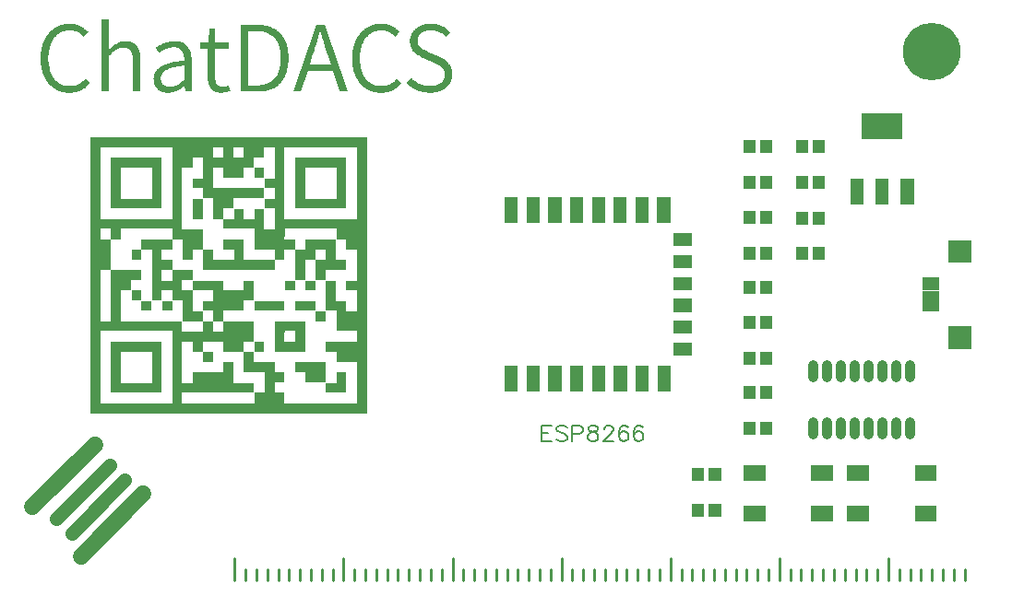
<source format=gts>
G04 Layer: TopSolderMaskLayer*
G04 EasyEDA v6.3.21, 2020-02-02T17:40:02+08:00*
G04 1dbfad1c9a864778b0d2112e72029e1b,1a72cfc7dc544dba9386ef7e18e6054e,10*
G04 Gerber Generator version 0.2*
G04 Scale: 100 percent, Rotated: No, Reflected: No *
G04 Dimensions in inches *
G04 leading zeros omitted , absolute positions ,2 integer and 4 decimal *
%FSLAX24Y24*%
%MOIN*%
G90*
G70D02*

%ADD10C,0.010000*%
%ADD15C,0.008000*%
%ADD32C,0.059181*%
%ADD33C,0.051307*%
%ADD34C,0.035560*%
%ADD35C,0.208000*%

%LPD*%

%LPD*%
G36*
G01X13003Y16100D02*
G01X3003Y16100D01*
G01X3003Y6100D01*
G01X13003Y6100D01*
G01X13003Y16100D01*
G37*

%LPC*%
G36*
G01X8536Y15733D02*
G01X8170Y15733D01*
G01X8170Y15367D01*
G01X8536Y15367D01*
G01X8536Y15733D01*
G37*
G36*
G01X7803Y15733D02*
G01X7436Y15733D01*
G01X7436Y15367D01*
G01X7803Y15367D01*
G01X7803Y15733D01*
G37*
G36*
G01X5970Y9100D02*
G01X3370Y9100D01*
G01X3370Y6467D01*
G01X5970Y6467D01*
G01X5970Y9100D01*
G37*
G36*
G01X12636Y15733D02*
G01X10003Y15733D01*
G01X10003Y13133D01*
G01X12636Y13133D01*
G01X12636Y15733D01*
G37*
G36*
G01X5970Y15733D02*
G01X3370Y15733D01*
G01X3370Y13133D01*
G01X5970Y13133D01*
G01X5970Y15733D01*
G37*
G36*
G01X9670Y15733D02*
G01X9270Y15733D01*
G01X9270Y15367D01*
G01X8903Y15367D01*
G01X8903Y15000D01*
G01X8536Y15000D01*
G01X8536Y14633D01*
G01X7803Y14633D01*
G01X7803Y15000D01*
G01X7436Y15000D01*
G01X7436Y14267D01*
G01X9270Y14267D01*
G01X9270Y13900D01*
G01X8170Y13900D01*
G01X8170Y13533D01*
G01X7803Y13533D01*
G01X7803Y13133D01*
G01X7436Y13133D01*
G01X7436Y13900D01*
G01X7070Y13900D01*
G01X7070Y14267D01*
G01X6703Y14267D01*
G01X6703Y14600D01*
G01X7070Y14600D01*
G01X7070Y15367D01*
G01X6703Y15367D01*
G01X6703Y15000D01*
G01X6303Y15000D01*
G01X6303Y12767D01*
G01X7070Y12767D01*
G01X7070Y12033D01*
G01X6703Y12033D01*
G01X6703Y11667D01*
G01X6336Y11667D01*
G01X6336Y12400D01*
G01X5970Y12400D01*
G01X5970Y12800D01*
G01X4103Y12800D01*
G01X4103Y12400D01*
G01X3736Y12400D01*
G01X3736Y12800D01*
G01X3370Y12800D01*
G01X3370Y12400D01*
G01X3736Y12400D01*
G01X3736Y11300D01*
G01X3370Y11300D01*
G01X3370Y9433D01*
G01X3736Y9433D01*
G01X3736Y11300D01*
G01X4836Y11300D01*
G01X4836Y10933D01*
G01X4470Y10933D01*
G01X4470Y10567D01*
G01X4103Y10567D01*
G01X4103Y9433D01*
G01X6303Y9433D01*
G01X6303Y9067D01*
G01X7070Y9067D01*
G01X7070Y9433D01*
G01X7436Y9433D01*
G01X7436Y9067D01*
G01X7803Y9067D01*
G01X7803Y9433D01*
G01X8903Y9433D01*
G01X8903Y8700D01*
G01X8536Y8700D01*
G01X8536Y8333D01*
G01X7803Y8333D01*
G01X7803Y8700D01*
G01X7070Y8700D01*
G01X7070Y8333D01*
G01X6703Y8333D01*
G01X6703Y8700D01*
G01X6303Y8700D01*
G01X6303Y7200D01*
G01X6703Y7200D01*
G01X6703Y7600D01*
G01X7803Y7600D01*
G01X7803Y7967D01*
G01X8170Y7967D01*
G01X8170Y7200D01*
G01X8903Y7200D01*
G01X8903Y6867D01*
G01X6303Y6867D01*
G01X6303Y6467D01*
G01X8936Y6467D01*
G01X8936Y6867D01*
G01X9303Y6867D01*
G01X9303Y7600D01*
G01X8536Y7600D01*
G01X8536Y8333D01*
G01X8903Y8333D01*
G01X8903Y7967D01*
G01X9670Y7967D01*
G01X9670Y7600D01*
G01X10003Y7600D01*
G01X10003Y7233D01*
G01X9670Y7233D01*
G01X9670Y6867D01*
G01X10003Y6867D01*
G01X10003Y6467D01*
G01X12636Y6467D01*
G01X12636Y7967D01*
G01X11903Y7967D01*
G01X11903Y8333D01*
G01X11503Y8333D01*
G01X11503Y8700D01*
G01X12636Y8700D01*
G01X12636Y9100D01*
G01X11903Y9100D01*
G01X11903Y9833D01*
G01X11503Y9833D01*
G01X11503Y10900D01*
G01X11870Y10900D01*
G01X11870Y10167D01*
G01X12236Y10167D01*
G01X12236Y9800D01*
G01X12636Y9800D01*
G01X12636Y10567D01*
G01X12236Y10567D01*
G01X12236Y10900D01*
G01X12636Y10900D01*
G01X12636Y12033D01*
G01X12236Y12033D01*
G01X12236Y12400D01*
G01X11903Y12400D01*
G01X11903Y12801D01*
G01X10961Y12792D01*
G01X10020Y12783D01*
G01X10010Y12592D01*
G01X10000Y12400D01*
G01X10403Y12400D01*
G01X10403Y12033D01*
G01X10003Y12033D01*
G01X10003Y11667D01*
G01X9670Y11667D01*
G01X9670Y12033D01*
G01X8936Y12033D01*
G01X8936Y12800D01*
G01X7803Y12800D01*
G01X7803Y13133D01*
G01X8203Y13133D01*
G01X8203Y13500D01*
G01X8536Y13500D01*
G01X8536Y13133D01*
G01X8936Y13133D01*
G01X8936Y13500D01*
G01X9270Y13500D01*
G01X9270Y12767D01*
G01X9670Y12767D01*
G01X9670Y13533D01*
G01X9303Y13533D01*
G01X9303Y13867D01*
G01X9670Y13867D01*
G01X9670Y14267D01*
G01X9303Y14267D01*
G01X9303Y14600D01*
G01X9670Y14600D01*
G01X9670Y15733D01*
G37*

%LPD*%
G36*
G01X9270Y15000D02*
G01X8936Y15000D01*
G01X8936Y14633D01*
G01X9270Y14633D01*
G01X9270Y15000D01*
G37*

%LPD*%
G36*
G01X12236Y15367D02*
G01X10403Y15367D01*
G01X10403Y13533D01*
G01X12236Y13533D01*
G01X12236Y15367D01*
G37*

%LPC*%
G36*
G01X11903Y15000D02*
G01X10770Y15000D01*
G01X10770Y13867D01*
G01X11903Y13867D01*
G01X11903Y15000D01*
G37*

%LPD*%
G36*
G01X5570Y15367D02*
G01X3736Y15367D01*
G01X3736Y13533D01*
G01X5570Y13533D01*
G01X5570Y15367D01*
G37*

%LPC*%
G36*
G01X5236Y15000D02*
G01X4103Y15000D01*
G01X4103Y13867D01*
G01X5236Y13867D01*
G01X5236Y15000D01*
G37*

%LPD*%
G36*
G01X7070Y13867D02*
G01X6703Y13867D01*
G01X6703Y13133D01*
G01X7070Y13133D01*
G01X7070Y13867D01*
G37*

%LPD*%
G36*
G01X8536Y12400D02*
G01X7803Y12400D01*
G01X7803Y12033D01*
G01X8203Y12033D01*
G01X8203Y11667D01*
G01X7436Y11667D01*
G01X7436Y12033D01*
G01X7070Y12033D01*
G01X7070Y11300D01*
G01X9670Y11300D01*
G01X9670Y11667D01*
G01X8536Y11667D01*
G01X8536Y12400D01*
G37*

%LPD*%
G36*
G01X11870Y12400D02*
G01X10770Y12400D01*
G01X10770Y12033D01*
G01X10403Y12033D01*
G01X10403Y10933D01*
G01X10770Y10933D01*
G01X10770Y11667D01*
G01X11136Y11667D01*
G01X11136Y10933D01*
G01X11503Y10933D01*
G01X11503Y11300D01*
G01X12236Y11300D01*
G01X12236Y11667D01*
G01X11870Y11667D01*
G01X11870Y12400D01*
G37*

%LPC*%
G36*
G01X11503Y12033D02*
G01X11136Y12033D01*
G01X11136Y11667D01*
G01X11503Y11667D01*
G01X11503Y12033D01*
G37*

%LPD*%
G36*
G01X11136Y10900D02*
G01X10770Y10900D01*
G01X10770Y10567D01*
G01X11136Y10567D01*
G01X11136Y10900D01*
G37*

%LPD*%
G36*
G01X10403Y10900D02*
G01X10036Y10900D01*
G01X10036Y10567D01*
G01X10403Y10567D01*
G01X10403Y10900D01*
G37*

%LPD*%
G36*
G01X4836Y10567D02*
G01X4503Y10567D01*
G01X4503Y10200D01*
G01X4836Y10200D01*
G01X4836Y10567D01*
G37*

%LPD*%
G36*
G01X11136Y10167D02*
G01X10403Y10167D01*
G01X10403Y9833D01*
G01X11136Y9833D01*
G01X11136Y10167D01*
G37*

%LPD*%
G36*
G01X10003Y10167D02*
G01X8936Y10167D01*
G01X8936Y9833D01*
G01X10003Y9833D01*
G01X10003Y10167D01*
G37*

%LPD*%
G36*
G01X5970Y10167D02*
G01X5603Y10167D01*
G01X5603Y9833D01*
G01X5970Y9833D01*
G01X5970Y10167D01*
G37*

%LPD*%
G36*
G01X5203Y10167D02*
G01X4836Y10167D01*
G01X4836Y9833D01*
G01X5203Y9833D01*
G01X5203Y10167D01*
G37*

%LPD*%
G36*
G01X11503Y9800D02*
G01X11136Y9800D01*
G01X11136Y9433D01*
G01X11503Y9433D01*
G01X11503Y9800D01*
G37*

%LPD*%
G36*
G01X5970Y12400D02*
G01X4836Y12400D01*
G01X4836Y12033D01*
G01X4503Y12033D01*
G01X4503Y11667D01*
G01X4836Y11667D01*
G01X4836Y12033D01*
G01X5236Y12033D01*
G01X5236Y10200D01*
G01X5570Y10200D01*
G01X5570Y10567D01*
G01X5970Y10567D01*
G01X5970Y10200D01*
G01X6336Y10200D01*
G01X6336Y9433D01*
G01X7070Y9433D01*
G01X7070Y9800D01*
G01X6703Y9800D01*
G01X6703Y10567D01*
G01X7436Y10567D01*
G01X7436Y10167D01*
G01X7070Y10167D01*
G01X7070Y9833D01*
G01X7436Y9833D01*
G01X7436Y9433D01*
G01X7803Y9433D01*
G01X7803Y9833D01*
G01X8536Y9833D01*
G01X8536Y10200D01*
G01X8903Y10200D01*
G01X8903Y10900D01*
G01X8536Y10900D01*
G01X8536Y10567D01*
G01X7803Y10567D01*
G01X7803Y10900D01*
G01X6703Y10900D01*
G01X6703Y10567D01*
G01X6303Y10567D01*
G01X6303Y10933D01*
G01X6703Y10933D01*
G01X6703Y11300D01*
G01X5970Y11300D01*
G01X5970Y11667D01*
G01X5570Y11667D01*
G01X5570Y12033D01*
G01X5970Y12033D01*
G01X5970Y12400D01*
G37*

%LPC*%
G36*
G01X5970Y11300D02*
G01X5570Y11300D01*
G01X5570Y10900D01*
G01X5970Y10900D01*
G01X5970Y11300D01*
G37*

%LPD*%
G36*
G01X9270Y8700D02*
G01X8936Y8700D01*
G01X8936Y8333D01*
G01X9270Y8333D01*
G01X9270Y8700D01*
G37*

%LPD*%
G36*
G01X10770Y9433D02*
G01X9670Y9433D01*
G01X9670Y8333D01*
G01X10770Y8333D01*
G01X10770Y9433D01*
G37*

%LPC*%
G36*
G01X10403Y9100D02*
G01X10225Y9100D01*
G01X10189Y9099D01*
G01X10154Y9098D01*
G01X10122Y9096D01*
G01X10093Y9093D01*
G01X10068Y9090D01*
G01X10048Y9086D01*
G01X10033Y9082D01*
G01X10025Y9078D01*
G01X10021Y9070D01*
G01X10016Y9055D01*
G01X10013Y9035D01*
G01X10009Y9010D01*
G01X10007Y8981D01*
G01X10004Y8948D01*
G01X10003Y8914D01*
G01X10003Y8700D01*
G01X10403Y8700D01*
G01X10403Y9100D01*
G37*

%LPD*%
G36*
G01X7436Y8333D02*
G01X7070Y8333D01*
G01X7070Y7967D01*
G01X7436Y7967D01*
G01X7436Y8333D01*
G37*

%LPD*%
G36*
G01X11503Y7967D02*
G01X10403Y7967D01*
G01X10403Y7600D01*
G01X10770Y7600D01*
G01X10770Y7233D01*
G01X11503Y7233D01*
G01X11503Y7967D01*
G37*

%LPD*%
G36*
G01X5570Y8700D02*
G01X3736Y8700D01*
G01X3736Y6867D01*
G01X5570Y6867D01*
G01X5570Y8700D01*
G37*

%LPC*%
G36*
G01X5236Y8333D02*
G01X4103Y8333D01*
G01X4103Y7200D01*
G01X5236Y7200D01*
G01X5236Y8333D01*
G37*

%LPD*%
G36*
G01X12236Y7600D02*
G01X11903Y7600D01*
G01X11903Y7200D01*
G01X11503Y7200D01*
G01X11503Y6867D01*
G01X12236Y6867D01*
G01X12236Y7600D01*
G37*

%LPD*%
G54D10*
G01X8990Y50D02*
G01X8990Y444D01*
G01X9384Y50D02*
G01X9384Y444D01*
G01X9778Y50D02*
G01X9778Y444D01*
G01X10565Y50D02*
G01X10565Y444D01*
G01X10959Y50D02*
G01X10959Y444D01*
G01X11352Y50D02*
G01X11352Y444D01*
G01X11746Y50D02*
G01X11746Y444D01*
G01X12534Y50D02*
G01X12534Y444D01*
G01X12927Y50D02*
G01X12927Y444D01*
G01X13321Y50D02*
G01X13321Y444D01*
G01X14108Y50D02*
G01X14108Y444D01*
G01X14502Y50D02*
G01X14502Y444D01*
G01X14896Y50D02*
G01X14896Y444D01*
G01X15289Y50D02*
G01X15289Y444D01*
G01X15683Y50D02*
G01X15683Y444D01*
G01X16077Y50D02*
G01X16077Y837D01*
G01X16471Y50D02*
G01X16471Y444D01*
G01X16864Y50D02*
G01X16864Y444D01*
G01X17258Y50D02*
G01X17258Y444D01*
G01X17652Y50D02*
G01X17652Y444D01*
G01X18045Y50D02*
G01X18045Y444D01*
G01X18439Y50D02*
G01X18439Y444D01*
G01X18833Y50D02*
G01X18833Y444D01*
G01X19226Y50D02*
G01X19226Y444D01*
G01X19620Y50D02*
G01X19620Y444D01*
G01X20014Y50D02*
G01X20014Y837D01*
G01X20408Y50D02*
G01X20408Y444D01*
G01X20801Y50D02*
G01X20801Y444D01*
G01X21195Y50D02*
G01X21195Y444D01*
G01X21589Y50D02*
G01X21589Y444D01*
G01X21982Y50D02*
G01X21982Y444D01*
G01X22376Y50D02*
G01X22376Y444D01*
G01X22770Y50D02*
G01X22770Y444D01*
G01X23163Y50D02*
G01X23163Y444D01*
G01X23557Y50D02*
G01X23557Y444D01*
G01X23951Y50D02*
G01X23951Y837D01*
G01X24345Y50D02*
G01X24345Y444D01*
G01X24738Y50D02*
G01X24738Y444D01*
G01X25132Y50D02*
G01X25132Y444D01*
G01X25526Y50D02*
G01X25526Y444D01*
G01X25919Y50D02*
G01X25919Y444D01*
G01X26313Y50D02*
G01X26313Y444D01*
G01X26707Y50D02*
G01X26707Y444D01*
G01X27100Y50D02*
G01X27100Y444D01*
G01X27494Y50D02*
G01X27494Y444D01*
G01X27888Y50D02*
G01X27888Y837D01*
G01X28282Y50D02*
G01X28282Y444D01*
G01X28675Y50D02*
G01X28675Y444D01*
G01X29069Y50D02*
G01X29069Y444D01*
G01X29463Y50D02*
G01X29463Y444D01*
G01X29856Y50D02*
G01X29856Y444D01*
G01X30250Y50D02*
G01X30250Y444D01*
G01X30644Y50D02*
G01X30644Y444D01*
G01X31037Y50D02*
G01X31037Y444D01*
G01X31431Y50D02*
G01X31431Y444D01*
G01X31825Y50D02*
G01X31825Y837D01*
G01X32219Y50D02*
G01X32219Y444D01*
G01X32612Y50D02*
G01X32612Y444D01*
G01X33006Y50D02*
G01X33006Y444D01*
G01X33400Y50D02*
G01X33400Y444D01*
G01X33793Y50D02*
G01X33793Y444D01*
G01X34187Y50D02*
G01X34187Y444D01*
G01X34581Y50D02*
G01X34581Y444D01*
G01X12140Y50D02*
G01X12140Y837D01*
G01X13715Y50D02*
G01X13715Y444D01*
G01X8203Y50D02*
G01X8203Y837D01*
G01X10171Y50D02*
G01X10171Y444D01*
G01X8597Y50D02*
G01X8597Y444D01*
G54D32*
G01X904Y2711D02*
G01X3159Y4966D01*
G01X2644Y915D02*
G01X4899Y3170D01*
G54D33*
G01X1767Y2293D02*
G01X3688Y4214D01*
G01X2310Y1750D02*
G01X4231Y3671D01*
G54D34*
G01X29103Y5792D02*
G01X29103Y5359D01*
G01X31103Y5792D02*
G01X31103Y5359D01*
G01X31603Y5792D02*
G01X31603Y5359D01*
G01X30603Y5792D02*
G01X30603Y5359D01*
G01X30103Y5792D02*
G01X30103Y5359D01*
G01X30103Y7840D02*
G01X30103Y7407D01*
G01X31603Y7840D02*
G01X31603Y7407D01*
G01X31103Y7840D02*
G01X31103Y7407D01*
G01X30603Y7840D02*
G01X30603Y7407D01*
G01X32103Y7840D02*
G01X32103Y7407D01*
G01X32603Y7840D02*
G01X32603Y7407D01*
G01X32603Y5792D02*
G01X32603Y5359D01*
G01X32103Y5792D02*
G01X32103Y5359D01*
G01X29603Y7840D02*
G01X29603Y7407D01*
G01X29103Y7840D02*
G01X29103Y7407D01*
G01X29603Y5792D02*
G01X29603Y5359D01*

%LPD*%
G36*
G01X11450Y20156D02*
G01X11150Y20156D01*
G01X10325Y17740D01*
G01X10599Y17740D01*
G01X10846Y18502D01*
G01X11747Y18502D01*
G01X11988Y17740D01*
G01X12278Y17740D01*
G01X11450Y20156D01*
G37*

%LPC*%
G36*
G01X11302Y19928D02*
G01X11288Y19928D01*
G01X11275Y19880D01*
G01X11268Y19857D01*
G01X11255Y19810D01*
G01X11235Y19740D01*
G01X11229Y19717D01*
G01X11222Y19695D01*
G01X11215Y19672D01*
G01X11209Y19649D01*
G01X11202Y19626D01*
G01X11195Y19604D01*
G01X11189Y19581D01*
G01X11182Y19559D01*
G01X11175Y19536D01*
G01X11148Y19446D01*
G01X11134Y19402D01*
G01X11127Y19379D01*
G01X11099Y19290D01*
G01X11092Y19267D01*
G01X11085Y19245D01*
G01X11078Y19222D01*
G01X11071Y19200D01*
G01X11063Y19177D01*
G01X11056Y19155D01*
G01X11041Y19109D01*
G01X10916Y18717D01*
G01X11678Y18717D01*
G01X11552Y19109D01*
G01X11537Y19155D01*
G01X11529Y19177D01*
G01X11515Y19223D01*
G01X11507Y19245D01*
G01X11493Y19290D01*
G01X11486Y19313D01*
G01X11479Y19335D01*
G01X11472Y19358D01*
G01X11451Y19425D01*
G01X11444Y19447D01*
G01X11437Y19470D01*
G01X11430Y19492D01*
G01X11423Y19515D01*
G01X11416Y19537D01*
G01X11410Y19560D01*
G01X11396Y19605D01*
G01X11390Y19628D01*
G01X11383Y19650D01*
G01X11376Y19673D01*
G01X11370Y19696D01*
G01X11356Y19742D01*
G01X11350Y19765D01*
G01X11322Y19857D01*
G01X11316Y19881D01*
G01X11302Y19928D01*
G37*

%LPD*%
G36*
G01X9047Y20156D02*
G01X8427Y20156D01*
G01X8427Y17740D01*
G01X9057Y17740D01*
G01X9083Y17741D01*
G01X9108Y17742D01*
G01X9134Y17743D01*
G01X9158Y17745D01*
G01X9183Y17747D01*
G01X9207Y17749D01*
G01X9231Y17752D01*
G01X9255Y17756D01*
G01X9278Y17759D01*
G01X9301Y17763D01*
G01X9324Y17768D01*
G01X9346Y17772D01*
G01X9369Y17778D01*
G01X9390Y17783D01*
G01X9412Y17789D01*
G01X9433Y17795D01*
G01X9475Y17809D01*
G01X9495Y17816D01*
G01X9535Y17832D01*
G01X9554Y17840D01*
G01X9574Y17849D01*
G01X9592Y17858D01*
G01X9611Y17867D01*
G01X9647Y17887D01*
G01X9665Y17898D01*
G01X9682Y17908D01*
G01X9699Y17920D01*
G01X9716Y17931D01*
G01X9748Y17955D01*
G01X9764Y17968D01*
G01X9779Y17980D01*
G01X9795Y17994D01*
G01X9809Y18007D01*
G01X9824Y18021D01*
G01X9838Y18035D01*
G01X9852Y18050D01*
G01X9866Y18064D01*
G01X9879Y18080D01*
G01X9892Y18095D01*
G01X9904Y18111D01*
G01X9917Y18127D01*
G01X9929Y18143D01*
G01X9941Y18160D01*
G01X9963Y18194D01*
G01X9974Y18212D01*
G01X9994Y18248D01*
G01X10014Y18286D01*
G01X10032Y18324D01*
G01X10040Y18344D01*
G01X10049Y18364D01*
G01X10057Y18385D01*
G01X10064Y18405D01*
G01X10078Y18447D01*
G01X10085Y18469D01*
G01X10103Y18535D01*
G01X10118Y18604D01*
G01X10122Y18628D01*
G01X10127Y18652D01*
G01X10130Y18676D01*
G01X10134Y18700D01*
G01X10137Y18725D01*
G01X10140Y18749D01*
G01X10142Y18775D01*
G01X10144Y18800D01*
G01X10146Y18826D01*
G01X10147Y18852D01*
G01X10149Y18878D01*
G01X10150Y18904D01*
G01X10150Y19012D01*
G01X10149Y19038D01*
G01X10147Y19064D01*
G01X10146Y19090D01*
G01X10144Y19116D01*
G01X10140Y19166D01*
G01X10137Y19191D01*
G01X10134Y19215D01*
G01X10130Y19239D01*
G01X10127Y19263D01*
G01X10122Y19287D01*
G01X10118Y19310D01*
G01X10103Y19379D01*
G01X10091Y19423D01*
G01X10085Y19444D01*
G01X10064Y19507D01*
G01X10056Y19527D01*
G01X10048Y19548D01*
G01X10040Y19567D01*
G01X10032Y19587D01*
G01X10022Y19606D01*
G01X10013Y19625D01*
G01X10004Y19643D01*
G01X9994Y19662D01*
G01X9984Y19680D01*
G01X9940Y19748D01*
G01X9928Y19765D01*
G01X9916Y19781D01*
G01X9903Y19796D01*
G01X9891Y19812D01*
G01X9878Y19827D01*
G01X9864Y19842D01*
G01X9851Y19856D01*
G01X9837Y19870D01*
G01X9822Y19884D01*
G01X9808Y19897D01*
G01X9793Y19911D01*
G01X9777Y19923D01*
G01X9762Y19936D01*
G01X9730Y19960D01*
G01X9713Y19971D01*
G01X9696Y19983D01*
G01X9679Y19993D01*
G01X9662Y20004D01*
G01X9626Y20024D01*
G01X9608Y20033D01*
G01X9551Y20060D01*
G01X9511Y20076D01*
G01X9491Y20083D01*
G01X9449Y20097D01*
G01X9407Y20109D01*
G01X9385Y20115D01*
G01X9363Y20120D01*
G01X9340Y20125D01*
G01X9318Y20129D01*
G01X9295Y20134D01*
G01X9271Y20138D01*
G01X9247Y20141D01*
G01X9224Y20144D01*
G01X9199Y20147D01*
G01X9175Y20149D01*
G01X9125Y20153D01*
G01X9099Y20154D01*
G01X9074Y20155D01*
G01X9047Y20156D01*
G37*

%LPC*%
G36*
G01X9024Y19931D02*
G01X8701Y19931D01*
G01X8701Y17964D01*
G01X9024Y17964D01*
G01X9074Y17966D01*
G01X9099Y17968D01*
G01X9123Y17970D01*
G01X9147Y17973D01*
G01X9193Y17979D01*
G01X9216Y17983D01*
G01X9260Y17993D01*
G01X9281Y17998D01*
G01X9302Y18004D01*
G01X9323Y18011D01*
G01X9363Y18025D01*
G01X9420Y18049D01*
G01X9438Y18058D01*
G01X9474Y18078D01*
G01X9491Y18088D01*
G01X9508Y18099D01*
G01X9524Y18110D01*
G01X9556Y18134D01*
G01X9571Y18146D01*
G01X9586Y18159D01*
G01X9600Y18172D01*
G01X9628Y18200D01*
G01X9667Y18245D01*
G01X9691Y18277D01*
G01X9702Y18293D01*
G01X9724Y18327D01*
G01X9744Y18363D01*
G01X9753Y18382D01*
G01X9762Y18400D01*
G01X9771Y18420D01*
G01X9779Y18439D01*
G01X9788Y18459D01*
G01X9795Y18479D01*
G01X9816Y18542D01*
G01X9828Y18586D01*
G01X9833Y18609D01*
G01X9838Y18631D01*
G01X9843Y18655D01*
G01X9847Y18678D01*
G01X9851Y18702D01*
G01X9857Y18750D01*
G01X9863Y18800D01*
G01X9865Y18826D01*
G01X9866Y18852D01*
G01X9868Y18878D01*
G01X9868Y18904D01*
G01X9869Y18931D01*
G01X9869Y18985D01*
G01X9868Y19012D01*
G01X9868Y19038D01*
G01X9866Y19064D01*
G01X9865Y19090D01*
G01X9863Y19115D01*
G01X9857Y19165D01*
G01X9851Y19213D01*
G01X9847Y19237D01*
G01X9843Y19260D01*
G01X9838Y19283D01*
G01X9828Y19327D01*
G01X9822Y19349D01*
G01X9816Y19370D01*
G01X9802Y19412D01*
G01X9788Y19452D01*
G01X9779Y19472D01*
G01X9771Y19491D01*
G01X9762Y19510D01*
G01X9744Y19546D01*
G01X9734Y19564D01*
G01X9724Y19581D01*
G01X9713Y19598D01*
G01X9691Y19630D01*
G01X9679Y19646D01*
G01X9667Y19661D01*
G01X9654Y19676D01*
G01X9628Y19704D01*
G01X9614Y19718D01*
G01X9586Y19744D01*
G01X9571Y19757D01*
G01X9556Y19769D01*
G01X9508Y19802D01*
G01X9474Y19822D01*
G01X9456Y19832D01*
G01X9420Y19850D01*
G01X9382Y19866D01*
G01X9363Y19873D01*
G01X9323Y19887D01*
G01X9302Y19893D01*
G01X9260Y19903D01*
G01X9216Y19913D01*
G01X9193Y19916D01*
G01X9170Y19920D01*
G01X9147Y19923D01*
G01X9099Y19927D01*
G01X9074Y19929D01*
G01X9024Y19931D01*
G37*

%LPD*%
G36*
G01X3672Y20367D02*
G01X3405Y20367D01*
G01X3405Y17740D01*
G01X3672Y17740D01*
G01X3672Y19044D01*
G01X3695Y19067D01*
G01X3717Y19090D01*
G01X3761Y19132D01*
G01X3803Y19170D01*
G01X3824Y19187D01*
G01X3844Y19204D01*
G01X3865Y19220D01*
G01X3905Y19248D01*
G01X3925Y19261D01*
G01X3965Y19283D01*
G01X3986Y19293D01*
G01X4006Y19301D01*
G01X4027Y19309D01*
G01X4048Y19316D01*
G01X4090Y19326D01*
G01X4134Y19332D01*
G01X4180Y19334D01*
G01X4203Y19334D01*
G01X4225Y19332D01*
G01X4246Y19330D01*
G01X4267Y19327D01*
G01X4286Y19323D01*
G01X4305Y19318D01*
G01X4323Y19312D01*
G01X4340Y19305D01*
G01X4356Y19297D01*
G01X4372Y19288D01*
G01X4387Y19279D01*
G01X4401Y19268D01*
G01X4414Y19256D01*
G01X4427Y19243D01*
G01X4439Y19230D01*
G01X4450Y19215D01*
G01X4470Y19183D01*
G01X4479Y19165D01*
G01X4487Y19146D01*
G01X4494Y19127D01*
G01X4501Y19106D01*
G01X4507Y19084D01*
G01X4513Y19061D01*
G01X4518Y19037D01*
G01X4522Y19012D01*
G01X4525Y18986D01*
G01X4528Y18959D01*
G01X4532Y18901D01*
G01X4533Y18871D01*
G01X4533Y17740D01*
G01X4804Y17740D01*
G01X4804Y18903D01*
G01X4803Y18933D01*
G01X4802Y18962D01*
G01X4800Y18991D01*
G01X4797Y19019D01*
G01X4795Y19046D01*
G01X4791Y19073D01*
G01X4787Y19099D01*
G01X4777Y19149D01*
G01X4771Y19173D01*
G01X4765Y19196D01*
G01X4758Y19219D01*
G01X4751Y19240D01*
G01X4743Y19262D01*
G01X4735Y19282D01*
G01X4726Y19302D01*
G01X4706Y19340D01*
G01X4684Y19374D01*
G01X4672Y19391D01*
G01X4646Y19421D01*
G01X4618Y19449D01*
G01X4603Y19462D01*
G01X4588Y19474D01*
G01X4572Y19485D01*
G01X4555Y19496D01*
G01X4538Y19506D01*
G01X4520Y19515D01*
G01X4502Y19523D01*
G01X4483Y19531D01*
G01X4463Y19538D01*
G01X4443Y19544D01*
G01X4422Y19550D01*
G01X4401Y19555D01*
G01X4379Y19559D01*
G01X4333Y19565D01*
G01X4309Y19567D01*
G01X4284Y19568D01*
G01X4259Y19568D01*
G01X4233Y19567D01*
G01X4208Y19566D01*
G01X4158Y19560D01*
G01X4110Y19550D01*
G01X4087Y19544D01*
G01X4064Y19537D01*
G01X4042Y19529D01*
G01X4019Y19520D01*
G01X3998Y19511D01*
G01X3976Y19501D01*
G01X3955Y19490D01*
G01X3913Y19466D01*
G01X3893Y19454D01*
G01X3872Y19440D01*
G01X3852Y19426D01*
G01X3833Y19412D01*
G01X3813Y19397D01*
G01X3794Y19382D01*
G01X3737Y19334D01*
G01X3699Y19300D01*
G01X3681Y19283D01*
G01X3662Y19265D01*
G01X3672Y19638D01*
G01X3672Y20367D01*
G37*

%LPD*%
G36*
G01X15312Y20198D02*
G01X15259Y20198D01*
G01X15232Y20197D01*
G01X15180Y20193D01*
G01X15155Y20190D01*
G01X15105Y20182D01*
G01X15081Y20177D01*
G01X15057Y20171D01*
G01X15034Y20165D01*
G01X15010Y20158D01*
G01X14988Y20151D01*
G01X14965Y20143D01*
G01X14943Y20135D01*
G01X14922Y20126D01*
G01X14901Y20116D01*
G01X14881Y20106D01*
G01X14860Y20095D01*
G01X14841Y20084D01*
G01X14822Y20072D01*
G01X14804Y20060D01*
G01X14785Y20047D01*
G01X14768Y20034D01*
G01X14751Y20020D01*
G01X14735Y20006D01*
G01X14719Y19991D01*
G01X14689Y19961D01*
G01X14675Y19945D01*
G01X14649Y19911D01*
G01X14637Y19894D01*
G01X14615Y19858D01*
G01X14605Y19840D01*
G01X14595Y19821D01*
G01X14587Y19802D01*
G01X14571Y19762D01*
G01X14565Y19742D01*
G01X14559Y19721D01*
G01X14549Y19679D01*
G01X14543Y19635D01*
G01X14541Y19613D01*
G01X14540Y19591D01*
G01X14539Y19568D01*
G01X14540Y19539D01*
G01X14541Y19511D01*
G01X14549Y19457D01*
G01X14554Y19431D01*
G01X14560Y19407D01*
G01X14567Y19383D01*
G01X14575Y19359D01*
G01X14584Y19337D01*
G01X14594Y19315D01*
G01X14605Y19294D01*
G01X14617Y19273D01*
G01X14629Y19254D01*
G01X14642Y19234D01*
G01X14670Y19198D01*
G01X14685Y19181D01*
G01X14733Y19133D01*
G01X14750Y19119D01*
G01X14768Y19104D01*
G01X14785Y19091D01*
G01X14804Y19077D01*
G01X14822Y19065D01*
G01X14841Y19053D01*
G01X14859Y19041D01*
G01X14916Y19008D01*
G01X14936Y18998D01*
G01X15012Y18962D01*
G01X15031Y18954D01*
G01X15380Y18799D01*
G01X15405Y18788D01*
G01X15429Y18777D01*
G01X15453Y18767D01*
G01X15499Y18745D01*
G01X15521Y18734D01*
G01X15563Y18712D01*
G01X15603Y18688D01*
G01X15622Y18676D01*
G01X15640Y18663D01*
G01X15657Y18650D01*
G01X15689Y18622D01*
G01X15703Y18607D01*
G01X15717Y18591D01*
G01X15741Y18557D01*
G01X15752Y18539D01*
G01X15761Y18519D01*
G01X15769Y18499D01*
G01X15777Y18478D01*
G01X15787Y18432D01*
G01X15790Y18407D01*
G01X15793Y18381D01*
G01X15793Y18331D01*
G01X15791Y18308D01*
G01X15788Y18286D01*
G01X15784Y18265D01*
G01X15779Y18244D01*
G01X15765Y18204D01*
G01X15757Y18184D01*
G01X15737Y18148D01*
G01X15725Y18130D01*
G01X15712Y18113D01*
G01X15699Y18097D01*
G01X15684Y18082D01*
G01X15668Y18067D01*
G01X15651Y18053D01*
G01X15634Y18040D01*
G01X15615Y18027D01*
G01X15596Y18015D01*
G01X15575Y18004D01*
G01X15554Y17994D01*
G01X15532Y17985D01*
G01X15508Y17976D01*
G01X15484Y17968D01*
G01X15459Y17961D01*
G01X15434Y17955D01*
G01X15407Y17950D01*
G01X15380Y17946D01*
G01X15352Y17942D01*
G01X15322Y17940D01*
G01X15293Y17938D01*
G01X15238Y17938D01*
G01X15214Y17939D01*
G01X15166Y17943D01*
G01X15142Y17947D01*
G01X15119Y17950D01*
G01X15095Y17955D01*
G01X15049Y17965D01*
G01X15026Y17971D01*
G01X15003Y17978D01*
G01X14981Y17986D01*
G01X14958Y17994D01*
G01X14936Y18002D01*
G01X14914Y18011D01*
G01X14893Y18021D01*
G01X14871Y18031D01*
G01X14829Y18053D01*
G01X14808Y18065D01*
G01X14788Y18078D01*
G01X14768Y18090D01*
G01X14748Y18104D01*
G01X14729Y18118D01*
G01X14709Y18132D01*
G01X14691Y18147D01*
G01X14672Y18162D01*
G01X14636Y18194D01*
G01X14585Y18245D01*
G01X14420Y18057D01*
G01X14436Y18041D01*
G01X14452Y18024D01*
G01X14468Y18009D01*
G01X14485Y17993D01*
G01X14519Y17963D01*
G01X14537Y17949D01*
G01X14554Y17935D01*
G01X14572Y17921D01*
G01X14591Y17908D01*
G01X14609Y17894D01*
G01X14628Y17882D01*
G01X14647Y17869D01*
G01X14666Y17858D01*
G01X14686Y17846D01*
G01X14726Y17824D01*
G01X14789Y17794D01*
G01X14831Y17776D01*
G01X14875Y17760D01*
G01X14897Y17753D01*
G01X14920Y17746D01*
G01X14942Y17739D01*
G01X14988Y17727D01*
G01X15012Y17722D01*
G01X15035Y17717D01*
G01X15083Y17709D01*
G01X15108Y17706D01*
G01X15132Y17703D01*
G01X15182Y17699D01*
G01X15207Y17698D01*
G01X15233Y17697D01*
G01X15287Y17697D01*
G01X15315Y17698D01*
G01X15343Y17700D01*
G01X15370Y17702D01*
G01X15397Y17705D01*
G01X15475Y17717D01*
G01X15500Y17723D01*
G01X15525Y17728D01*
G01X15549Y17735D01*
G01X15572Y17742D01*
G01X15596Y17749D01*
G01X15618Y17757D01*
G01X15641Y17766D01*
G01X15662Y17775D01*
G01X15684Y17785D01*
G01X15704Y17795D01*
G01X15744Y17817D01*
G01X15763Y17828D01*
G01X15782Y17840D01*
G01X15818Y17866D01*
G01X15835Y17879D01*
G01X15867Y17907D01*
G01X15883Y17922D01*
G01X15897Y17937D01*
G01X15912Y17952D01*
G01X15925Y17968D01*
G01X15939Y17985D01*
G01X15951Y18001D01*
G01X15963Y18018D01*
G01X15974Y18035D01*
G01X15985Y18053D01*
G01X15995Y18071D01*
G01X16004Y18089D01*
G01X16022Y18127D01*
G01X16036Y18165D01*
G01X16043Y18185D01*
G01X16048Y18205D01*
G01X16053Y18226D01*
G01X16058Y18246D01*
G01X16062Y18267D01*
G01X16065Y18288D01*
G01X16067Y18309D01*
G01X16069Y18331D01*
G01X16070Y18352D01*
G01X16070Y18403D01*
G01X16068Y18432D01*
G01X16066Y18460D01*
G01X16062Y18487D01*
G01X16058Y18513D01*
G01X16046Y18563D01*
G01X16039Y18586D01*
G01X16031Y18609D01*
G01X16022Y18631D01*
G01X16012Y18653D01*
G01X16002Y18674D01*
G01X15991Y18694D01*
G01X15979Y18714D01*
G01X15966Y18733D01*
G01X15938Y18769D01*
G01X15924Y18786D01*
G01X15908Y18802D01*
G01X15892Y18819D01*
G01X15858Y18849D01*
G01X15840Y18864D01*
G01X15822Y18878D01*
G01X15803Y18892D01*
G01X15784Y18905D01*
G01X15744Y18931D01*
G01X15724Y18943D01*
G01X15702Y18955D01*
G01X15681Y18966D01*
G01X15659Y18978D01*
G01X15637Y18989D01*
G01X15615Y18999D01*
G01X15592Y19010D01*
G01X15569Y19020D01*
G01X15219Y19169D01*
G01X15179Y19186D01*
G01X15139Y19204D01*
G01X15118Y19213D01*
G01X15058Y19243D01*
G01X15020Y19265D01*
G01X15001Y19277D01*
G01X14983Y19289D01*
G01X14965Y19302D01*
G01X14948Y19315D01*
G01X14932Y19329D01*
G01X14916Y19344D01*
G01X14902Y19359D01*
G01X14888Y19375D01*
G01X14875Y19392D01*
G01X14864Y19410D01*
G01X14853Y19429D01*
G01X14835Y19469D01*
G01X14823Y19513D01*
G01X14819Y19537D01*
G01X14817Y19562D01*
G01X14816Y19588D01*
G01X14817Y19612D01*
G01X14819Y19636D01*
G01X14822Y19658D01*
G01X14827Y19680D01*
G01X14834Y19702D01*
G01X14841Y19722D01*
G01X14850Y19742D01*
G01X14860Y19761D01*
G01X14871Y19779D01*
G01X14884Y19797D01*
G01X14897Y19814D01*
G01X14912Y19829D01*
G01X14928Y19844D01*
G01X14945Y19858D01*
G01X14963Y19872D01*
G01X15003Y19896D01*
G01X15024Y19906D01*
G01X15046Y19916D01*
G01X15069Y19925D01*
G01X15093Y19932D01*
G01X15118Y19939D01*
G01X15144Y19945D01*
G01X15198Y19953D01*
G01X15226Y19956D01*
G01X15255Y19957D01*
G01X15285Y19958D01*
G01X15314Y19958D01*
G01X15342Y19956D01*
G01X15369Y19954D01*
G01X15396Y19951D01*
G01X15423Y19947D01*
G01X15449Y19942D01*
G01X15499Y19930D01*
G01X15524Y19922D01*
G01X15548Y19914D01*
G01X15572Y19905D01*
G01X15595Y19896D01*
G01X15618Y19885D01*
G01X15640Y19874D01*
G01X15662Y19862D01*
G01X15683Y19850D01*
G01X15704Y19837D01*
G01X15746Y19809D01*
G01X15766Y19793D01*
G01X15785Y19778D01*
G01X15804Y19761D01*
G01X15824Y19744D01*
G01X15842Y19727D01*
G01X15988Y19902D01*
G01X15940Y19950D01*
G01X15922Y19965D01*
G01X15905Y19979D01*
G01X15887Y19994D01*
G01X15868Y20008D01*
G01X15850Y20022D01*
G01X15810Y20048D01*
G01X15770Y20072D01*
G01X15749Y20084D01*
G01X15727Y20095D01*
G01X15706Y20105D01*
G01X15684Y20115D01*
G01X15661Y20125D01*
G01X15638Y20134D01*
G01X15615Y20142D01*
G01X15591Y20150D01*
G01X15568Y20158D01*
G01X15544Y20164D01*
G01X15519Y20171D01*
G01X15444Y20186D01*
G01X15366Y20195D01*
G01X15339Y20197D01*
G01X15312Y20198D01*
G37*

%LPD*%
G36*
G01X13537Y20198D02*
G01X13486Y20198D01*
G01X13464Y20197D01*
G01X13441Y20196D01*
G01X13375Y20190D01*
G01X13331Y20184D01*
G01X13289Y20176D01*
G01X13267Y20172D01*
G01X13247Y20167D01*
G01X13205Y20155D01*
G01X13185Y20149D01*
G01X13125Y20128D01*
G01X13106Y20120D01*
G01X13086Y20112D01*
G01X13048Y20094D01*
G01X13030Y20084D01*
G01X13011Y20074D01*
G01X12993Y20064D01*
G01X12975Y20053D01*
G01X12958Y20042D01*
G01X12940Y20031D01*
G01X12906Y20007D01*
G01X12889Y19994D01*
G01X12857Y19968D01*
G01X12825Y19940D01*
G01X12765Y19880D01*
G01X12751Y19864D01*
G01X12737Y19847D01*
G01X12723Y19831D01*
G01X12710Y19813D01*
G01X12697Y19796D01*
G01X12671Y19760D01*
G01X12659Y19742D01*
G01X12647Y19723D01*
G01X12636Y19704D01*
G01X12624Y19684D01*
G01X12613Y19664D01*
G01X12603Y19644D01*
G01X12593Y19623D01*
G01X12583Y19603D01*
G01X12573Y19581D01*
G01X12564Y19560D01*
G01X12554Y19538D01*
G01X12546Y19516D01*
G01X12522Y19447D01*
G01X12515Y19424D01*
G01X12508Y19400D01*
G01X12502Y19376D01*
G01X12490Y19326D01*
G01X12485Y19301D01*
G01X12479Y19276D01*
G01X12467Y19198D01*
G01X12463Y19171D01*
G01X12460Y19144D01*
G01X12458Y19117D01*
G01X12455Y19090D01*
G01X12454Y19062D01*
G01X12452Y19034D01*
G01X12451Y19006D01*
G01X12450Y18977D01*
G01X12450Y18919D01*
G01X12452Y18861D01*
G01X12453Y18833D01*
G01X12455Y18805D01*
G01X12458Y18777D01*
G01X12460Y18750D01*
G01X12466Y18696D01*
G01X12470Y18670D01*
G01X12475Y18644D01*
G01X12479Y18618D01*
G01X12484Y18592D01*
G01X12489Y18567D01*
G01X12495Y18542D01*
G01X12501Y18518D01*
G01X12507Y18493D01*
G01X12514Y18469D01*
G01X12521Y18446D01*
G01X12529Y18423D01*
G01X12536Y18400D01*
G01X12545Y18377D01*
G01X12553Y18355D01*
G01X12571Y18311D01*
G01X12580Y18290D01*
G01X12590Y18269D01*
G01X12600Y18249D01*
G01X12611Y18228D01*
G01X12622Y18209D01*
G01X12633Y18189D01*
G01X12644Y18170D01*
G01X12656Y18151D01*
G01X12668Y18133D01*
G01X12680Y18114D01*
G01X12693Y18097D01*
G01X12706Y18079D01*
G01X12719Y18062D01*
G01X12732Y18046D01*
G01X12746Y18029D01*
G01X12760Y18013D01*
G01X12774Y17998D01*
G01X12819Y17953D01*
G01X12834Y17939D01*
G01X12850Y17925D01*
G01X12882Y17899D01*
G01X12898Y17887D01*
G01X12915Y17874D01*
G01X12932Y17863D01*
G01X12949Y17851D01*
G01X12966Y17840D01*
G01X12984Y17830D01*
G01X13002Y17819D01*
G01X13020Y17810D01*
G01X13038Y17800D01*
G01X13057Y17791D01*
G01X13075Y17782D01*
G01X13094Y17774D01*
G01X13114Y17766D01*
G01X13152Y17752D01*
G01X13172Y17745D01*
G01X13212Y17733D01*
G01X13233Y17728D01*
G01X13253Y17723D01*
G01X13316Y17711D01*
G01X13358Y17705D01*
G01X13380Y17702D01*
G01X13402Y17700D01*
G01X13468Y17697D01*
G01X13516Y17697D01*
G01X13541Y17698D01*
G01X13567Y17700D01*
G01X13591Y17702D01*
G01X13616Y17704D01*
G01X13640Y17707D01*
G01X13688Y17715D01*
G01X13710Y17720D01*
G01X13733Y17725D01*
G01X13756Y17731D01*
G01X13800Y17745D01*
G01X13821Y17752D01*
G01X13843Y17760D01*
G01X13864Y17769D01*
G01X13904Y17787D01*
G01X13925Y17797D01*
G01X13944Y17808D01*
G01X13964Y17819D01*
G01X14021Y17855D01*
G01X14039Y17868D01*
G01X14075Y17896D01*
G01X14093Y17911D01*
G01X14127Y17941D01*
G01X14144Y17957D01*
G01X14161Y17974D01*
G01X14193Y18008D01*
G01X14225Y18044D01*
G01X14074Y18215D01*
G01X14057Y18196D01*
G01X14040Y18178D01*
G01X14022Y18161D01*
G01X14005Y18144D01*
G01X13987Y18127D01*
G01X13951Y18097D01*
G01X13932Y18082D01*
G01X13914Y18069D01*
G01X13895Y18055D01*
G01X13876Y18043D01*
G01X13856Y18031D01*
G01X13837Y18020D01*
G01X13797Y18000D01*
G01X13776Y17991D01*
G01X13734Y17975D01*
G01X13713Y17968D01*
G01X13669Y17956D01*
G01X13646Y17951D01*
G01X13623Y17947D01*
G01X13577Y17941D01*
G01X13552Y17940D01*
G01X13528Y17938D01*
G01X13481Y17938D01*
G01X13459Y17939D01*
G01X13438Y17941D01*
G01X13416Y17943D01*
G01X13395Y17945D01*
G01X13374Y17948D01*
G01X13334Y17956D01*
G01X13294Y17966D01*
G01X13256Y17978D01*
G01X13237Y17985D01*
G01X13218Y17993D01*
G01X13182Y18009D01*
G01X13165Y18018D01*
G01X13147Y18028D01*
G01X13130Y18038D01*
G01X13114Y18048D01*
G01X13097Y18059D01*
G01X13081Y18071D01*
G01X13066Y18083D01*
G01X13050Y18095D01*
G01X13035Y18108D01*
G01X13020Y18122D01*
G01X12992Y18150D01*
G01X12978Y18165D01*
G01X12965Y18180D01*
G01X12939Y18212D01*
G01X12915Y18246D01*
G01X12903Y18264D01*
G01X12892Y18282D01*
G01X12870Y18320D01*
G01X12860Y18339D01*
G01X12850Y18359D01*
G01X12841Y18379D01*
G01X12823Y18421D01*
G01X12815Y18442D01*
G01X12807Y18464D01*
G01X12799Y18487D01*
G01X12792Y18509D01*
G01X12785Y18532D01*
G01X12779Y18556D01*
G01X12772Y18580D01*
G01X12767Y18604D01*
G01X12752Y18679D01*
G01X12748Y18705D01*
G01X12745Y18731D01*
G01X12739Y18785D01*
G01X12737Y18812D01*
G01X12733Y18868D01*
G01X12732Y18896D01*
G01X12731Y18925D01*
G01X12731Y18983D01*
G01X12732Y19012D01*
G01X12733Y19040D01*
G01X12735Y19068D01*
G01X12739Y19122D01*
G01X12742Y19149D01*
G01X12745Y19175D01*
G01X12753Y19227D01*
G01X12768Y19302D01*
G01X12780Y19350D01*
G01X12794Y19396D01*
G01X12801Y19418D01*
G01X12809Y19440D01*
G01X12818Y19462D01*
G01X12826Y19483D01*
G01X12844Y19525D01*
G01X12854Y19545D01*
G01X12864Y19564D01*
G01X12875Y19583D01*
G01X12885Y19602D01*
G01X12897Y19620D01*
G01X12908Y19638D01*
G01X12920Y19655D01*
G01X12933Y19672D01*
G01X12945Y19689D01*
G01X12958Y19705D01*
G01X12971Y19720D01*
G01X12985Y19736D01*
G01X13013Y19764D01*
G01X13028Y19778D01*
G01X13058Y19804D01*
G01X13090Y19828D01*
G01X13122Y19850D01*
G01X13140Y19861D01*
G01X13157Y19870D01*
G01X13174Y19880D01*
G01X13192Y19888D01*
G01X13210Y19897D01*
G01X13228Y19905D01*
G01X13266Y19919D01*
G01X13304Y19931D01*
G01X13324Y19936D01*
G01X13364Y19944D01*
G01X13385Y19948D01*
G01X13427Y19954D01*
G01X13448Y19955D01*
G01X13469Y19957D01*
G01X13491Y19958D01*
G01X13539Y19958D01*
G01X13565Y19956D01*
G01X13590Y19954D01*
G01X13615Y19950D01*
G01X13639Y19946D01*
G01X13663Y19941D01*
G01X13709Y19929D01*
G01X13753Y19913D01*
G01X13775Y19904D01*
G01X13796Y19894D01*
G01X13816Y19884D01*
G01X13837Y19873D01*
G01X13856Y19861D01*
G01X13876Y19848D01*
G01X13894Y19835D01*
G01X13913Y19821D01*
G01X13931Y19807D01*
G01X13965Y19777D01*
G01X13982Y19761D01*
G01X14014Y19727D01*
G01X14166Y19905D01*
G01X14153Y19919D01*
G01X14125Y19947D01*
G01X14095Y19975D01*
G01X14079Y19988D01*
G01X14063Y20002D01*
G01X14029Y20028D01*
G01X14011Y20040D01*
G01X13993Y20053D01*
G01X13975Y20065D01*
G01X13956Y20076D01*
G01X13916Y20098D01*
G01X13896Y20108D01*
G01X13854Y20128D01*
G01X13832Y20137D01*
G01X13810Y20145D01*
G01X13764Y20161D01*
G01X13740Y20167D01*
G01X13716Y20174D01*
G01X13692Y20179D01*
G01X13667Y20184D01*
G01X13642Y20188D01*
G01X13616Y20192D01*
G01X13564Y20196D01*
G01X13537Y20198D01*
G37*

%LPD*%
G36*
G01X7503Y20027D02*
G01X7279Y20027D01*
G01X7246Y19522D01*
G01X6965Y19505D01*
G01X6965Y19301D01*
G01X7236Y19301D01*
G01X7236Y18252D01*
G01X7238Y18202D01*
G01X7240Y18177D01*
G01X7242Y18153D01*
G01X7248Y18107D01*
G01X7252Y18084D01*
G01X7256Y18062D01*
G01X7266Y18020D01*
G01X7272Y17999D01*
G01X7279Y17980D01*
G01X7286Y17960D01*
G01X7302Y17924D01*
G01X7311Y17906D01*
G01X7321Y17889D01*
G01X7331Y17873D01*
G01X7342Y17857D01*
G01X7354Y17842D01*
G01X7367Y17828D01*
G01X7380Y17815D01*
G01X7394Y17802D01*
G01X7409Y17789D01*
G01X7424Y17778D01*
G01X7440Y17767D01*
G01X7457Y17757D01*
G01X7475Y17748D01*
G01X7494Y17739D01*
G01X7513Y17731D01*
G01X7534Y17724D01*
G01X7555Y17718D01*
G01X7577Y17712D01*
G01X7600Y17708D01*
G01X7624Y17704D01*
G01X7649Y17701D01*
G01X7674Y17699D01*
G01X7701Y17697D01*
G01X7728Y17697D01*
G01X7753Y17698D01*
G01X7779Y17700D01*
G01X7806Y17703D01*
G01X7832Y17707D01*
G01X7859Y17712D01*
G01X7887Y17718D01*
G01X7914Y17724D01*
G01X7941Y17731D01*
G01X7967Y17739D01*
G01X7994Y17747D01*
G01X8044Y17763D01*
G01X7992Y17968D01*
G01X7969Y17958D01*
G01X7944Y17949D01*
G01X7917Y17940D01*
G01X7890Y17933D01*
G01X7863Y17927D01*
G01X7836Y17922D01*
G01X7810Y17919D01*
G01X7784Y17918D01*
G01X7758Y17919D01*
G01X7734Y17921D01*
G01X7710Y17924D01*
G01X7689Y17929D01*
G01X7668Y17935D01*
G01X7650Y17942D01*
G01X7632Y17951D01*
G01X7616Y17960D01*
G01X7601Y17971D01*
G01X7587Y17983D01*
G01X7574Y17997D01*
G01X7563Y18011D01*
G01X7553Y18027D01*
G01X7535Y18061D01*
G01X7528Y18080D01*
G01X7522Y18100D01*
G01X7517Y18121D01*
G01X7513Y18143D01*
G01X7509Y18166D01*
G01X7506Y18190D01*
G01X7505Y18215D01*
G01X7504Y18241D01*
G01X7503Y18268D01*
G01X7503Y19301D01*
G01X7995Y19301D01*
G01X7995Y19522D01*
G01X7503Y19522D01*
G01X7503Y20027D01*
G37*

%LPD*%
G36*
G01X6072Y19568D02*
G01X6018Y19568D01*
G01X5992Y19566D01*
G01X5965Y19565D01*
G01X5939Y19562D01*
G01X5914Y19559D01*
G01X5888Y19555D01*
G01X5863Y19551D01*
G01X5838Y19546D01*
G01X5813Y19540D01*
G01X5789Y19534D01*
G01X5764Y19528D01*
G01X5741Y19521D01*
G01X5717Y19514D01*
G01X5694Y19506D01*
G01X5672Y19498D01*
G01X5649Y19489D01*
G01X5627Y19481D01*
G01X5606Y19472D01*
G01X5585Y19462D01*
G01X5564Y19453D01*
G01X5524Y19433D01*
G01X5504Y19424D01*
G01X5486Y19414D01*
G01X5467Y19404D01*
G01X5449Y19393D01*
G01X5398Y19363D01*
G01X5382Y19353D01*
G01X5367Y19344D01*
G01X5352Y19334D01*
G01X5461Y19146D01*
G01X5478Y19158D01*
G01X5514Y19182D01*
G01X5533Y19194D01*
G01X5553Y19205D01*
G01X5572Y19217D01*
G01X5593Y19228D01*
G01X5614Y19240D01*
G01X5635Y19250D01*
G01X5657Y19261D01*
G01X5679Y19271D01*
G01X5702Y19281D01*
G01X5725Y19290D01*
G01X5748Y19298D01*
G01X5796Y19314D01*
G01X5871Y19332D01*
G01X5897Y19336D01*
G01X5949Y19342D01*
G01X5975Y19343D01*
G01X6002Y19344D01*
G01X6030Y19343D01*
G01X6057Y19341D01*
G01X6083Y19338D01*
G01X6107Y19333D01*
G01X6130Y19327D01*
G01X6152Y19320D01*
G01X6172Y19312D01*
G01X6191Y19303D01*
G01X6210Y19293D01*
G01X6227Y19281D01*
G01X6243Y19269D01*
G01X6258Y19256D01*
G01X6272Y19242D01*
G01X6285Y19227D01*
G01X6297Y19211D01*
G01X6308Y19195D01*
G01X6319Y19178D01*
G01X6328Y19160D01*
G01X6344Y19122D01*
G01X6351Y19103D01*
G01X6357Y19083D01*
G01X6362Y19062D01*
G01X6367Y19042D01*
G01X6371Y19020D01*
G01X6374Y18999D01*
G01X6377Y18977D01*
G01X6379Y18955D01*
G01X6380Y18933D01*
G01X6381Y18910D01*
G01X6381Y18865D01*
G01X6343Y18861D01*
G01X6306Y18856D01*
G01X6234Y18846D01*
G01X6164Y18836D01*
G01X6131Y18830D01*
G01X6098Y18825D01*
G01X6065Y18819D01*
G01X6003Y18807D01*
G01X5943Y18793D01*
G01X5914Y18786D01*
G01X5858Y18772D01*
G01X5831Y18764D01*
G01X5805Y18757D01*
G01X5755Y18741D01*
G01X5730Y18732D01*
G01X5707Y18723D01*
G01X5684Y18715D01*
G01X5662Y18705D01*
G01X5640Y18696D01*
G01X5619Y18686D01*
G01X5599Y18677D01*
G01X5579Y18667D01*
G01X5560Y18656D01*
G01X5542Y18646D01*
G01X5524Y18635D01*
G01X5507Y18624D01*
G01X5490Y18612D01*
G01X5475Y18601D01*
G01X5459Y18589D01*
G01X5445Y18577D01*
G01X5431Y18564D01*
G01X5418Y18552D01*
G01X5405Y18539D01*
G01X5393Y18525D01*
G01X5381Y18512D01*
G01X5370Y18498D01*
G01X5350Y18470D01*
G01X5341Y18455D01*
G01X5325Y18425D01*
G01X5318Y18409D01*
G01X5311Y18394D01*
G01X5305Y18377D01*
G01X5299Y18361D01*
G01X5295Y18344D01*
G01X5290Y18327D01*
G01X5286Y18310D01*
G01X5283Y18292D01*
G01X5279Y18256D01*
G01X5277Y18237D01*
G01X5276Y18218D01*
G01X5276Y18199D01*
G01X5277Y18172D01*
G01X5278Y18146D01*
G01X5284Y18096D01*
G01X5289Y18073D01*
G01X5294Y18049D01*
G01X5300Y18027D01*
G01X5308Y18005D01*
G01X5316Y17984D01*
G01X5325Y17963D01*
G01X5345Y17925D01*
G01X5369Y17889D01*
G01X5382Y17872D01*
G01X5395Y17856D01*
G01X5410Y17841D01*
G01X5425Y17827D01*
G01X5441Y17813D01*
G01X5457Y17800D01*
G01X5474Y17787D01*
G01X5510Y17765D01*
G01X5529Y17755D01*
G01X5549Y17746D01*
G01X5589Y17730D01*
G01X5610Y17723D01*
G01X5632Y17717D01*
G01X5676Y17707D01*
G01X5722Y17701D01*
G01X5770Y17697D01*
G01X5818Y17697D01*
G01X5866Y17701D01*
G01X5889Y17704D01*
G01X5935Y17712D01*
G01X5958Y17717D01*
G01X5981Y17723D01*
G01X6004Y17730D01*
G01X6026Y17737D01*
G01X6049Y17745D01*
G01X6093Y17763D01*
G01X6114Y17773D01*
G01X6136Y17783D01*
G01X6157Y17794D01*
G01X6220Y17830D01*
G01X6260Y17856D01*
G01X6320Y17898D01*
G01X6339Y17912D01*
G01X6358Y17927D01*
G01X6377Y17943D01*
G01X6395Y17958D01*
G01X6404Y17958D01*
G01X6428Y17740D01*
G01X6649Y17740D01*
G01X6649Y18873D01*
G01X6647Y18925D01*
G01X6646Y18950D01*
G01X6644Y18975D01*
G01X6638Y19025D01*
G01X6634Y19048D01*
G01X6630Y19072D01*
G01X6626Y19095D01*
G01X6621Y19118D01*
G01X6616Y19140D01*
G01X6610Y19162D01*
G01X6596Y19204D01*
G01X6589Y19224D01*
G01X6581Y19244D01*
G01X6563Y19282D01*
G01X6543Y19318D01*
G01X6521Y19352D01*
G01X6509Y19368D01*
G01X6497Y19383D01*
G01X6484Y19398D01*
G01X6470Y19413D01*
G01X6456Y19427D01*
G01X6426Y19453D01*
G01X6410Y19465D01*
G01X6394Y19476D01*
G01X6377Y19487D01*
G01X6341Y19507D01*
G01X6322Y19516D01*
G01X6302Y19524D01*
G01X6282Y19531D01*
G01X6261Y19538D01*
G01X6240Y19544D01*
G01X6218Y19550D01*
G01X6195Y19555D01*
G01X6172Y19559D01*
G01X6148Y19562D01*
G01X6123Y19565D01*
G01X6098Y19566D01*
G01X6072Y19568D01*
G37*

%LPC*%
G36*
G01X6381Y18162D02*
G01X6381Y18684D01*
G01X6339Y18679D01*
G01X6298Y18674D01*
G01X6258Y18668D01*
G01X6182Y18656D01*
G01X6146Y18650D01*
G01X6111Y18643D01*
G01X6045Y18629D01*
G01X6014Y18622D01*
G01X5954Y18606D01*
G01X5900Y18590D01*
G01X5874Y18581D01*
G01X5849Y18572D01*
G01X5803Y18554D01*
G01X5761Y18534D01*
G01X5741Y18524D01*
G01X5723Y18514D01*
G01X5705Y18503D01*
G01X5673Y18481D01*
G01X5658Y18469D01*
G01X5632Y18445D01*
G01X5620Y18433D01*
G01X5609Y18420D01*
G01X5598Y18408D01*
G01X5589Y18394D01*
G01X5580Y18381D01*
G01X5566Y18353D01*
G01X5554Y18325D01*
G01X5546Y18295D01*
G01X5543Y18279D01*
G01X5540Y18264D01*
G01X5539Y18248D01*
G01X5538Y18231D01*
G01X5537Y18215D01*
G01X5538Y18189D01*
G01X5540Y18164D01*
G01X5544Y18141D01*
G01X5549Y18118D01*
G01X5555Y18098D01*
G01X5563Y18078D01*
G01X5572Y18059D01*
G01X5582Y18042D01*
G01X5594Y18026D01*
G01X5606Y18011D01*
G01X5619Y17997D01*
G01X5649Y17973D01*
G01X5683Y17953D01*
G01X5701Y17945D01*
G01X5719Y17938D01*
G01X5739Y17932D01*
G01X5759Y17927D01*
G01X5780Y17922D01*
G01X5801Y17919D01*
G01X5822Y17917D01*
G01X5845Y17915D01*
G01X5890Y17915D01*
G01X5934Y17919D01*
G01X5956Y17922D01*
G01X5977Y17926D01*
G01X5998Y17931D01*
G01X6020Y17937D01*
G01X6041Y17943D01*
G01X6083Y17959D01*
G01X6103Y17968D01*
G01X6124Y17978D01*
G01X6145Y17989D01*
G01X6187Y18013D01*
G01X6208Y18026D01*
G01X6229Y18041D01*
G01X6250Y18055D01*
G01X6271Y18071D01*
G01X6315Y18105D01*
G01X6337Y18123D01*
G01X6359Y18142D01*
G01X6381Y18162D01*
G37*

%LPD*%
G36*
G01X2281Y20198D02*
G01X2230Y20198D01*
G01X2208Y20197D01*
G01X2185Y20196D01*
G01X2119Y20190D01*
G01X2075Y20184D01*
G01X2033Y20176D01*
G01X2011Y20172D01*
G01X1990Y20167D01*
G01X1970Y20161D01*
G01X1949Y20155D01*
G01X1929Y20149D01*
G01X1869Y20128D01*
G01X1850Y20120D01*
G01X1830Y20112D01*
G01X1792Y20094D01*
G01X1774Y20084D01*
G01X1755Y20074D01*
G01X1737Y20064D01*
G01X1719Y20053D01*
G01X1702Y20042D01*
G01X1684Y20031D01*
G01X1650Y20007D01*
G01X1633Y19994D01*
G01X1601Y19968D01*
G01X1569Y19940D01*
G01X1509Y19880D01*
G01X1495Y19864D01*
G01X1481Y19847D01*
G01X1467Y19831D01*
G01X1454Y19813D01*
G01X1441Y19796D01*
G01X1415Y19760D01*
G01X1403Y19742D01*
G01X1391Y19723D01*
G01X1380Y19704D01*
G01X1368Y19684D01*
G01X1357Y19664D01*
G01X1347Y19644D01*
G01X1337Y19623D01*
G01X1327Y19603D01*
G01X1317Y19581D01*
G01X1308Y19560D01*
G01X1290Y19516D01*
G01X1266Y19447D01*
G01X1259Y19424D01*
G01X1252Y19400D01*
G01X1246Y19376D01*
G01X1234Y19326D01*
G01X1224Y19276D01*
G01X1219Y19250D01*
G01X1211Y19198D01*
G01X1207Y19171D01*
G01X1204Y19144D01*
G01X1202Y19117D01*
G01X1199Y19090D01*
G01X1198Y19062D01*
G01X1196Y19034D01*
G01X1195Y19006D01*
G01X1194Y18977D01*
G01X1194Y18919D01*
G01X1196Y18861D01*
G01X1197Y18833D01*
G01X1199Y18805D01*
G01X1202Y18777D01*
G01X1204Y18750D01*
G01X1207Y18723D01*
G01X1211Y18696D01*
G01X1214Y18670D01*
G01X1218Y18644D01*
G01X1228Y18592D01*
G01X1233Y18567D01*
G01X1239Y18542D01*
G01X1245Y18518D01*
G01X1251Y18493D01*
G01X1258Y18469D01*
G01X1265Y18446D01*
G01X1273Y18423D01*
G01X1280Y18400D01*
G01X1289Y18377D01*
G01X1297Y18355D01*
G01X1315Y18311D01*
G01X1324Y18290D01*
G01X1334Y18269D01*
G01X1344Y18249D01*
G01X1355Y18228D01*
G01X1365Y18209D01*
G01X1377Y18189D01*
G01X1388Y18170D01*
G01X1400Y18151D01*
G01X1412Y18133D01*
G01X1424Y18114D01*
G01X1437Y18097D01*
G01X1449Y18079D01*
G01X1462Y18062D01*
G01X1476Y18046D01*
G01X1490Y18029D01*
G01X1504Y18013D01*
G01X1518Y17998D01*
G01X1548Y17968D01*
G01X1562Y17953D01*
G01X1578Y17939D01*
G01X1593Y17925D01*
G01X1610Y17912D01*
G01X1626Y17899D01*
G01X1642Y17887D01*
G01X1659Y17874D01*
G01X1676Y17863D01*
G01X1693Y17851D01*
G01X1710Y17840D01*
G01X1728Y17830D01*
G01X1745Y17819D01*
G01X1764Y17810D01*
G01X1782Y17800D01*
G01X1800Y17791D01*
G01X1819Y17782D01*
G01X1857Y17766D01*
G01X1876Y17759D01*
G01X1896Y17752D01*
G01X1915Y17745D01*
G01X1936Y17739D01*
G01X1956Y17733D01*
G01X1996Y17723D01*
G01X2059Y17711D01*
G01X2080Y17708D01*
G01X2102Y17705D01*
G01X2123Y17702D01*
G01X2145Y17700D01*
G01X2211Y17697D01*
G01X2259Y17697D01*
G01X2285Y17698D01*
G01X2335Y17702D01*
G01X2359Y17704D01*
G01X2384Y17707D01*
G01X2408Y17711D01*
G01X2431Y17715D01*
G01X2477Y17725D01*
G01X2500Y17731D01*
G01X2544Y17745D01*
G01X2565Y17752D01*
G01X2586Y17760D01*
G01X2628Y17778D01*
G01X2648Y17787D01*
G01X2669Y17797D01*
G01X2688Y17808D01*
G01X2708Y17819D01*
G01X2765Y17855D01*
G01X2783Y17868D01*
G01X2819Y17896D01*
G01X2837Y17911D01*
G01X2871Y17941D01*
G01X2888Y17957D01*
G01X2905Y17974D01*
G01X2937Y18008D01*
G01X2969Y18044D01*
G01X2817Y18215D01*
G01X2800Y18196D01*
G01X2783Y18178D01*
G01X2765Y18161D01*
G01X2748Y18144D01*
G01X2730Y18127D01*
G01X2676Y18082D01*
G01X2657Y18069D01*
G01X2639Y18055D01*
G01X2619Y18043D01*
G01X2600Y18031D01*
G01X2580Y18020D01*
G01X2561Y18010D01*
G01X2540Y18000D01*
G01X2520Y17991D01*
G01X2478Y17975D01*
G01X2456Y17968D01*
G01X2435Y17962D01*
G01X2412Y17956D01*
G01X2390Y17951D01*
G01X2367Y17947D01*
G01X2344Y17944D01*
G01X2320Y17941D01*
G01X2296Y17940D01*
G01X2271Y17938D01*
G01X2224Y17938D01*
G01X2202Y17939D01*
G01X2181Y17941D01*
G01X2159Y17943D01*
G01X2138Y17945D01*
G01X2117Y17948D01*
G01X2077Y17956D01*
G01X2037Y17966D01*
G01X1999Y17978D01*
G01X1980Y17985D01*
G01X1961Y17993D01*
G01X1925Y18009D01*
G01X1908Y18018D01*
G01X1890Y18028D01*
G01X1873Y18038D01*
G01X1857Y18048D01*
G01X1840Y18059D01*
G01X1824Y18071D01*
G01X1809Y18083D01*
G01X1793Y18095D01*
G01X1778Y18108D01*
G01X1763Y18122D01*
G01X1735Y18150D01*
G01X1721Y18165D01*
G01X1708Y18180D01*
G01X1682Y18212D01*
G01X1658Y18246D01*
G01X1646Y18264D01*
G01X1635Y18282D01*
G01X1613Y18320D01*
G01X1603Y18339D01*
G01X1593Y18359D01*
G01X1584Y18379D01*
G01X1566Y18421D01*
G01X1558Y18442D01*
G01X1550Y18464D01*
G01X1542Y18487D01*
G01X1535Y18509D01*
G01X1528Y18532D01*
G01X1522Y18556D01*
G01X1515Y18580D01*
G01X1510Y18604D01*
G01X1495Y18679D01*
G01X1491Y18705D01*
G01X1488Y18731D01*
G01X1482Y18785D01*
G01X1480Y18812D01*
G01X1476Y18868D01*
G01X1475Y18896D01*
G01X1474Y18925D01*
G01X1474Y18983D01*
G01X1475Y19012D01*
G01X1476Y19040D01*
G01X1478Y19068D01*
G01X1482Y19122D01*
G01X1485Y19149D01*
G01X1488Y19175D01*
G01X1496Y19227D01*
G01X1511Y19302D01*
G01X1523Y19350D01*
G01X1537Y19396D01*
G01X1544Y19418D01*
G01X1552Y19440D01*
G01X1561Y19462D01*
G01X1569Y19483D01*
G01X1587Y19525D01*
G01X1597Y19545D01*
G01X1607Y19564D01*
G01X1629Y19602D01*
G01X1651Y19638D01*
G01X1663Y19655D01*
G01X1676Y19672D01*
G01X1688Y19689D01*
G01X1701Y19705D01*
G01X1714Y19720D01*
G01X1728Y19736D01*
G01X1756Y19764D01*
G01X1771Y19778D01*
G01X1801Y19804D01*
G01X1833Y19828D01*
G01X1865Y19850D01*
G01X1883Y19861D01*
G01X1900Y19870D01*
G01X1917Y19880D01*
G01X1935Y19888D01*
G01X1953Y19897D01*
G01X1971Y19905D01*
G01X2009Y19919D01*
G01X2047Y19931D01*
G01X2067Y19936D01*
G01X2107Y19944D01*
G01X2128Y19948D01*
G01X2170Y19954D01*
G01X2191Y19955D01*
G01X2212Y19957D01*
G01X2234Y19958D01*
G01X2282Y19958D01*
G01X2334Y19954D01*
G01X2358Y19950D01*
G01X2383Y19946D01*
G01X2406Y19941D01*
G01X2430Y19935D01*
G01X2453Y19929D01*
G01X2497Y19913D01*
G01X2519Y19904D01*
G01X2540Y19894D01*
G01X2560Y19884D01*
G01X2581Y19873D01*
G01X2600Y19861D01*
G01X2620Y19848D01*
G01X2638Y19835D01*
G01X2657Y19821D01*
G01X2675Y19807D01*
G01X2709Y19777D01*
G01X2726Y19761D01*
G01X2758Y19727D01*
G01X2910Y19905D01*
G01X2897Y19919D01*
G01X2869Y19947D01*
G01X2839Y19975D01*
G01X2823Y19988D01*
G01X2807Y20002D01*
G01X2773Y20028D01*
G01X2755Y20040D01*
G01X2737Y20053D01*
G01X2719Y20065D01*
G01X2700Y20076D01*
G01X2660Y20098D01*
G01X2640Y20108D01*
G01X2598Y20128D01*
G01X2576Y20137D01*
G01X2554Y20145D01*
G01X2508Y20161D01*
G01X2484Y20167D01*
G01X2460Y20174D01*
G01X2436Y20179D01*
G01X2411Y20184D01*
G01X2386Y20188D01*
G01X2360Y20192D01*
G01X2308Y20196D01*
G01X2281Y20198D01*
G37*

%LPD*%
G54D15*
G01X19303Y5655D02*
G01X19303Y5083D01*
G01X19303Y5655D02*
G01X19657Y5655D01*
G01X19303Y5383D02*
G01X19521Y5383D01*
G01X19303Y5083D02*
G01X19657Y5083D01*
G01X20219Y5574D02*
G01X20165Y5628D01*
G01X20083Y5655D01*
G01X19974Y5655D01*
G01X19892Y5628D01*
G01X19837Y5574D01*
G01X19837Y5519D01*
G01X19865Y5464D01*
G01X19892Y5437D01*
G01X19946Y5410D01*
G01X20110Y5355D01*
G01X20165Y5328D01*
G01X20192Y5301D01*
G01X20219Y5246D01*
G01X20219Y5164D01*
G01X20165Y5110D01*
G01X20083Y5083D01*
G01X19974Y5083D01*
G01X19892Y5110D01*
G01X19837Y5164D01*
G01X20399Y5655D02*
G01X20399Y5083D01*
G01X20399Y5655D02*
G01X20645Y5655D01*
G01X20726Y5628D01*
G01X20754Y5601D01*
G01X20781Y5546D01*
G01X20781Y5464D01*
G01X20754Y5410D01*
G01X20726Y5383D01*
G01X20645Y5355D01*
G01X20399Y5355D01*
G01X21097Y5655D02*
G01X21015Y5628D01*
G01X20988Y5574D01*
G01X20988Y5519D01*
G01X21015Y5464D01*
G01X21070Y5437D01*
G01X21179Y5410D01*
G01X21261Y5383D01*
G01X21315Y5328D01*
G01X21343Y5274D01*
G01X21343Y5192D01*
G01X21315Y5137D01*
G01X21288Y5110D01*
G01X21206Y5083D01*
G01X21097Y5083D01*
G01X21015Y5110D01*
G01X20988Y5137D01*
G01X20961Y5192D01*
G01X20961Y5274D01*
G01X20988Y5328D01*
G01X21043Y5383D01*
G01X21125Y5410D01*
G01X21234Y5437D01*
G01X21288Y5464D01*
G01X21315Y5519D01*
G01X21315Y5574D01*
G01X21288Y5628D01*
G01X21206Y5655D01*
G01X21097Y5655D01*
G01X21550Y5519D02*
G01X21550Y5546D01*
G01X21577Y5601D01*
G01X21605Y5628D01*
G01X21659Y5655D01*
G01X21768Y5655D01*
G01X21823Y5628D01*
G01X21850Y5601D01*
G01X21877Y5546D01*
G01X21877Y5492D01*
G01X21850Y5437D01*
G01X21795Y5355D01*
G01X21523Y5083D01*
G01X21905Y5083D01*
G01X22412Y5574D02*
G01X22385Y5628D01*
G01X22303Y5655D01*
G01X22248Y5655D01*
G01X22166Y5628D01*
G01X22112Y5546D01*
G01X22085Y5410D01*
G01X22085Y5274D01*
G01X22112Y5164D01*
G01X22166Y5110D01*
G01X22248Y5083D01*
G01X22275Y5083D01*
G01X22357Y5110D01*
G01X22412Y5164D01*
G01X22439Y5246D01*
G01X22439Y5274D01*
G01X22412Y5355D01*
G01X22357Y5410D01*
G01X22275Y5437D01*
G01X22248Y5437D01*
G01X22166Y5410D01*
G01X22112Y5355D01*
G01X22085Y5274D01*
G01X22946Y5574D02*
G01X22919Y5628D01*
G01X22837Y5655D01*
G01X22783Y5655D01*
G01X22701Y5628D01*
G01X22646Y5546D01*
G01X22619Y5410D01*
G01X22619Y5274D01*
G01X22646Y5164D01*
G01X22701Y5110D01*
G01X22783Y5083D01*
G01X22810Y5083D01*
G01X22892Y5110D01*
G01X22946Y5164D01*
G01X22974Y5246D01*
G01X22974Y5274D01*
G01X22946Y5355D01*
G01X22892Y5410D01*
G01X22810Y5437D01*
G01X22783Y5437D01*
G01X22701Y5410D01*
G01X22646Y5355D01*
G01X22619Y5274D01*
G54D35*
G01X33403Y19200D03*
G36*
G01X30338Y3652D02*
G01X30338Y4204D01*
G01X31127Y4204D01*
G01X31127Y3652D01*
G01X30338Y3652D01*
G37*
G36*
G01X30338Y2195D02*
G01X30338Y2748D01*
G01X31127Y2748D01*
G01X31127Y2195D01*
G01X30338Y2195D01*
G37*
G36*
G01X32779Y3652D02*
G01X32779Y4204D01*
G01X33568Y4204D01*
G01X33568Y3652D01*
G01X32779Y3652D01*
G37*
G36*
G01X32779Y2195D02*
G01X32779Y2748D01*
G01X33568Y2748D01*
G01X33568Y2195D01*
G01X32779Y2195D01*
G37*
G36*
G01X26588Y3652D02*
G01X26588Y4204D01*
G01X27377Y4204D01*
G01X27377Y3652D01*
G01X26588Y3652D01*
G37*
G36*
G01X26588Y2195D02*
G01X26588Y2748D01*
G01X27377Y2748D01*
G01X27377Y2195D01*
G01X26588Y2195D01*
G37*
G36*
G01X29029Y3652D02*
G01X29029Y4204D01*
G01X29818Y4204D01*
G01X29818Y3652D01*
G01X29029Y3652D01*
G37*
G36*
G01X29029Y2195D02*
G01X29029Y2748D01*
G01X29818Y2748D01*
G01X29818Y2195D01*
G01X29029Y2195D01*
G37*
G36*
G01X33044Y9781D02*
G01X33044Y10019D01*
G01X33655Y10019D01*
G01X33655Y9781D01*
G01X33044Y9781D01*
G37*
G36*
G01X33044Y10034D02*
G01X33044Y10272D01*
G01X33655Y10272D01*
G01X33655Y10034D01*
G01X33044Y10034D01*
G37*
G36*
G01X33044Y10287D02*
G01X33044Y10525D01*
G01X33655Y10525D01*
G01X33655Y10287D01*
G01X33044Y10287D01*
G37*
G36*
G01X33044Y10540D02*
G01X33044Y10778D01*
G01X33655Y10778D01*
G01X33655Y10540D01*
G01X33044Y10540D01*
G37*
G36*
G01X33044Y10793D02*
G01X33044Y11030D01*
G01X33655Y11030D01*
G01X33655Y10793D01*
G01X33044Y10793D01*
G37*
G36*
G01X33989Y8431D02*
G01X33989Y9259D01*
G01X34817Y9259D01*
G01X34817Y8431D01*
G01X33989Y8431D01*
G37*
G36*
G01X33989Y11541D02*
G01X33989Y12369D01*
G01X34817Y12369D01*
G01X34817Y11541D01*
G01X33989Y11541D01*
G37*
G36*
G01X24065Y10550D02*
G01X24065Y11024D01*
G01X24735Y11024D01*
G01X24735Y10550D01*
G01X24065Y10550D01*
G37*
G36*
G01X24064Y11343D02*
G01X24064Y11817D01*
G01X24734Y11817D01*
G01X24734Y11343D01*
G01X24064Y11343D01*
G37*
G36*
G01X24062Y12137D02*
G01X24062Y12610D01*
G01X24732Y12610D01*
G01X24732Y12137D01*
G01X24062Y12137D01*
G37*
G36*
G01X24071Y8187D02*
G01X24071Y8660D01*
G01X24742Y8660D01*
G01X24742Y8187D01*
G01X24071Y8187D01*
G37*
G36*
G01X24066Y8971D02*
G01X24066Y9445D01*
G01X24737Y9445D01*
G01X24737Y8971D01*
G01X24066Y8971D01*
G37*
G36*
G01X24065Y9763D02*
G01X24065Y10237D01*
G01X24735Y10237D01*
G01X24735Y9763D01*
G01X24065Y9763D01*
G37*
G36*
G01X23473Y12979D02*
G01X23473Y13925D01*
G01X23947Y13925D01*
G01X23947Y12979D01*
G01X23473Y12979D01*
G37*
G36*
G01X22687Y12979D02*
G01X22687Y13925D01*
G01X23160Y13925D01*
G01X23160Y12979D01*
G01X22687Y12979D01*
G37*
G36*
G01X21899Y12980D02*
G01X21899Y13926D01*
G01X22373Y13926D01*
G01X22373Y12980D01*
G01X21899Y12980D01*
G37*
G36*
G01X21112Y12979D02*
G01X21112Y13925D01*
G01X21586Y13925D01*
G01X21586Y12979D01*
G01X21112Y12979D01*
G37*
G36*
G01X20324Y12980D02*
G01X20324Y13926D01*
G01X20797Y13926D01*
G01X20797Y12980D01*
G01X20324Y12980D01*
G37*
G36*
G01X19536Y12980D02*
G01X19536Y13926D01*
G01X20010Y13926D01*
G01X20010Y12980D01*
G01X19536Y12980D01*
G37*
G36*
G01X18749Y12979D02*
G01X18749Y13926D01*
G01X19223Y13926D01*
G01X19223Y12979D01*
G01X18749Y12979D01*
G37*
G36*
G01X17962Y12979D02*
G01X17962Y13925D01*
G01X18436Y13925D01*
G01X18436Y12979D01*
G01X17962Y12979D01*
G37*
G36*
G01X23478Y6874D02*
G01X23478Y7820D01*
G01X23952Y7820D01*
G01X23952Y6874D01*
G01X23478Y6874D01*
G37*
G36*
G01X22692Y6874D02*
G01X22692Y7820D01*
G01X23166Y7820D01*
G01X23166Y6874D01*
G01X22692Y6874D01*
G37*
G36*
G01X21903Y6874D02*
G01X21903Y7820D01*
G01X22377Y7820D01*
G01X22377Y6874D01*
G01X21903Y6874D01*
G37*
G36*
G01X21118Y6874D02*
G01X21118Y7820D01*
G01X21591Y7820D01*
G01X21591Y6874D01*
G01X21118Y6874D01*
G37*
G36*
G01X20332Y6874D02*
G01X20332Y7820D01*
G01X20806Y7820D01*
G01X20806Y6874D01*
G01X20332Y6874D01*
G37*
G36*
G01X19541Y6875D02*
G01X19541Y7821D01*
G01X20015Y7821D01*
G01X20015Y6875D01*
G01X19541Y6875D01*
G37*
G36*
G01X18756Y6874D02*
G01X18756Y7820D01*
G01X19230Y7820D01*
G01X19230Y6874D01*
G01X18756Y6874D01*
G37*
G36*
G01X17964Y6874D02*
G01X17964Y7820D01*
G01X18438Y7820D01*
G01X18438Y6874D01*
G01X17964Y6874D01*
G37*
G36*
G01X24727Y3665D02*
G01X24727Y4131D01*
G01X25173Y4131D01*
G01X25173Y3665D01*
G01X24727Y3665D01*
G37*
G36*
G01X25333Y3667D02*
G01X25333Y4133D01*
G01X25780Y4133D01*
G01X25780Y3667D01*
G01X25333Y3667D01*
G37*
G36*
G01X24727Y2365D02*
G01X24727Y2831D01*
G01X25173Y2831D01*
G01X25173Y2365D01*
G01X24727Y2365D01*
G37*
G36*
G01X25333Y2367D02*
G01X25333Y2833D01*
G01X25780Y2833D01*
G01X25780Y2367D01*
G01X25333Y2367D01*
G37*
G36*
G01X27183Y15516D02*
G01X27183Y15982D01*
G01X27630Y15982D01*
G01X27630Y15516D01*
G01X27183Y15516D01*
G37*
G36*
G01X26577Y15516D02*
G01X26577Y15982D01*
G01X27023Y15982D01*
G01X27023Y15516D01*
G01X26577Y15516D01*
G37*
G36*
G01X26577Y14216D02*
G01X26577Y14682D01*
G01X27023Y14682D01*
G01X27023Y14216D01*
G01X26577Y14216D01*
G37*
G36*
G01X27183Y14216D02*
G01X27183Y14682D01*
G01X27630Y14682D01*
G01X27630Y14216D01*
G01X27183Y14216D01*
G37*
G36*
G01X27183Y12966D02*
G01X27183Y13432D01*
G01X27630Y13432D01*
G01X27630Y12966D01*
G01X27183Y12966D01*
G37*
G36*
G01X26577Y12966D02*
G01X26577Y13432D01*
G01X27023Y13432D01*
G01X27023Y12966D01*
G01X26577Y12966D01*
G37*
G36*
G01X27183Y11666D02*
G01X27183Y12132D01*
G01X27630Y12132D01*
G01X27630Y11666D01*
G01X27183Y11666D01*
G37*
G36*
G01X26577Y11666D02*
G01X26577Y12132D01*
G01X27023Y12132D01*
G01X27023Y11666D01*
G01X26577Y11666D01*
G37*
G36*
G01X26577Y10416D02*
G01X26577Y10882D01*
G01X27023Y10882D01*
G01X27023Y10416D01*
G01X26577Y10416D01*
G37*
G36*
G01X27183Y10416D02*
G01X27183Y10882D01*
G01X27630Y10882D01*
G01X27630Y10416D01*
G01X27183Y10416D01*
G37*
G36*
G01X27183Y9166D02*
G01X27183Y9632D01*
G01X27630Y9632D01*
G01X27630Y9166D01*
G01X27183Y9166D01*
G37*
G36*
G01X26577Y9166D02*
G01X26577Y9632D01*
G01X27023Y9632D01*
G01X27023Y9166D01*
G01X26577Y9166D01*
G37*
G36*
G01X27183Y7866D02*
G01X27183Y8332D01*
G01X27630Y8332D01*
G01X27630Y7866D01*
G01X27183Y7866D01*
G37*
G36*
G01X26577Y7866D02*
G01X26577Y8332D01*
G01X27023Y8332D01*
G01X27023Y7866D01*
G01X26577Y7866D01*
G37*
G36*
G01X27183Y6616D02*
G01X27183Y7082D01*
G01X27630Y7082D01*
G01X27630Y6616D01*
G01X27183Y6616D01*
G37*
G36*
G01X26577Y6616D02*
G01X26577Y7082D01*
G01X27023Y7082D01*
G01X27023Y6616D01*
G01X26577Y6616D01*
G37*
G36*
G01X27183Y5316D02*
G01X27183Y5782D01*
G01X27630Y5782D01*
G01X27630Y5316D01*
G01X27183Y5316D01*
G37*
G36*
G01X26577Y5316D02*
G01X26577Y5782D01*
G01X27023Y5782D01*
G01X27023Y5316D01*
G01X26577Y5316D01*
G37*
G36*
G01X28477Y11665D02*
G01X28477Y12131D01*
G01X28923Y12131D01*
G01X28923Y11665D01*
G01X28477Y11665D01*
G37*
G36*
G01X29083Y11667D02*
G01X29083Y12133D01*
G01X29530Y12133D01*
G01X29530Y11667D01*
G01X29083Y11667D01*
G37*
G36*
G01X28477Y12915D02*
G01X28477Y13381D01*
G01X28923Y13381D01*
G01X28923Y12915D01*
G01X28477Y12915D01*
G37*
G36*
G01X29083Y12917D02*
G01X29083Y13383D01*
G01X29530Y13383D01*
G01X29530Y12917D01*
G01X29083Y12917D01*
G37*
G36*
G01X29083Y14217D02*
G01X29083Y14683D01*
G01X29530Y14683D01*
G01X29530Y14217D01*
G01X29083Y14217D01*
G37*
G36*
G01X28477Y14215D02*
G01X28477Y14681D01*
G01X28923Y14681D01*
G01X28923Y14215D01*
G01X28477Y14215D01*
G37*
G36*
G01X29083Y15517D02*
G01X29083Y15983D01*
G01X29530Y15983D01*
G01X29530Y15517D01*
G01X29083Y15517D01*
G37*
G36*
G01X28477Y15515D02*
G01X28477Y15981D01*
G01X28923Y15981D01*
G01X28923Y15515D01*
G01X28477Y15515D01*
G37*
G36*
G01X30874Y16008D02*
G01X30874Y16954D01*
G01X32332Y16954D01*
G01X32332Y16008D01*
G01X30874Y16008D01*
G37*
G36*
G01X31366Y13646D02*
G01X31366Y14592D01*
G01X31840Y14592D01*
G01X31840Y13646D01*
G01X31366Y13646D01*
G37*
G36*
G01X32271Y13646D02*
G01X32271Y14592D01*
G01X32745Y14592D01*
G01X32745Y13646D01*
G01X32271Y13646D01*
G37*
G36*
G01X30460Y13646D02*
G01X30460Y14592D01*
G01X30934Y14592D01*
G01X30934Y13646D01*
G01X30460Y13646D01*
G37*
M00*
M02*

</source>
